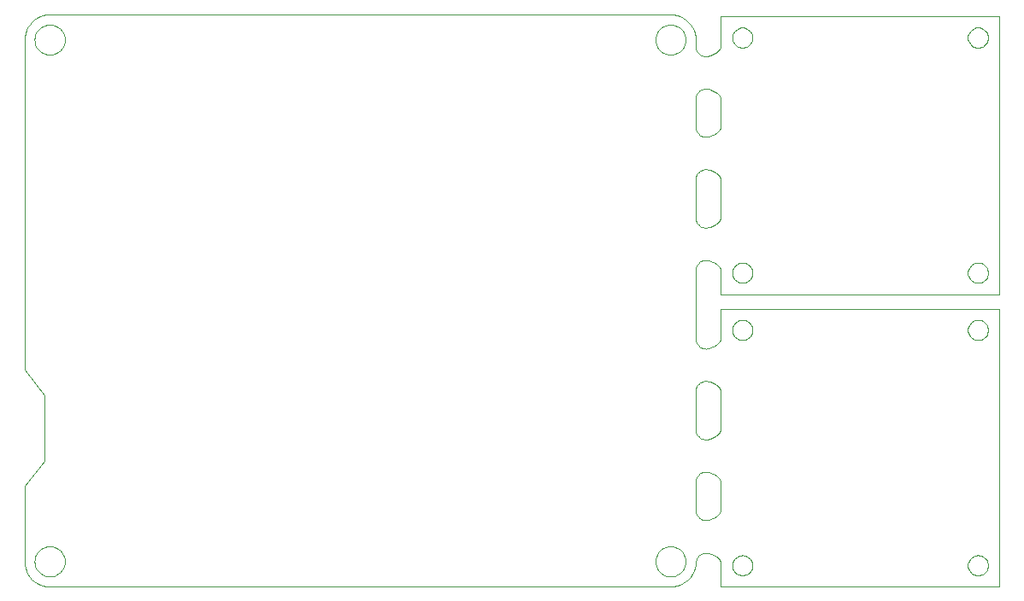
<source format=gko>
%MOIN*%
%OFA0B0*%
%FSLAX36Y36*%
%IPPOS*%
%LPD*%
%ADD10C,0*%
D10*
X003746572Y000055677D02*
X003746572Y000055677D01*
X003741874Y000051665D01*
X003736607Y000048437D01*
X003730899Y000046073D01*
X003724892Y000044631D01*
X003718733Y000044146D01*
X003712574Y000044631D01*
X003706567Y000046073D01*
X003700860Y000048437D01*
X003695592Y000051665D01*
X003690895Y000055677D01*
X003686882Y000060375D01*
X003683654Y000065642D01*
X003681290Y000071350D01*
X003679848Y000077357D01*
X003679363Y000083516D01*
X003679848Y000089675D01*
X003681290Y000095682D01*
X003683654Y000101390D01*
X003686882Y000106657D01*
X003690895Y000111355D01*
X003695592Y000115367D01*
X003700860Y000118595D01*
X003706567Y000120959D01*
X003712574Y000122401D01*
X003718733Y000122886D01*
X003724892Y000122401D01*
X003730899Y000120959D01*
X003736607Y000118595D01*
X003741874Y000115367D01*
X003746572Y000111355D01*
X003750584Y000106657D01*
X003753812Y000101390D01*
X003756177Y000095682D01*
X003757619Y000089675D01*
X003758103Y000083516D01*
X003757619Y000077357D01*
X003756177Y000071350D01*
X003753812Y000065642D01*
X003750584Y000060375D01*
X003746572Y000055677D01*
X003746572Y000974359D02*
X003746572Y000974359D01*
X003741874Y000970347D01*
X003736607Y000967119D01*
X003730899Y000964755D01*
X003724892Y000963313D01*
X003718733Y000962828D01*
X003712574Y000963313D01*
X003706567Y000964755D01*
X003700860Y000967119D01*
X003695592Y000970347D01*
X003690895Y000974359D01*
X003686883Y000979057D01*
X003683655Y000984324D01*
X003681290Y000990032D01*
X003679848Y000996039D01*
X003679364Y001002198D01*
X003679848Y001008357D01*
X003681290Y001014364D01*
X003683655Y001020071D01*
X003686883Y001025339D01*
X003690895Y001030037D01*
X003695592Y001034049D01*
X003700860Y001037277D01*
X003706568Y001039641D01*
X003712575Y001041083D01*
X003718734Y001041568D01*
X003724892Y001041083D01*
X003730899Y001039641D01*
X003736607Y001037277D01*
X003741875Y001034049D01*
X003746572Y001030037D01*
X003750584Y001025339D01*
X003753812Y001020072D01*
X003756176Y001014364D01*
X003757619Y001008357D01*
X003758103Y001002198D01*
X003757619Y000996039D01*
X003756177Y000990032D01*
X003753812Y000984324D01*
X003750584Y000979057D01*
X003746572Y000974359D01*
X002827890Y000055677D02*
X002827890Y000055677D01*
X002823192Y000051665D01*
X002817925Y000048437D01*
X002812217Y000046073D01*
X002806210Y000044631D01*
X002800051Y000044146D01*
X002793892Y000044631D01*
X002787885Y000046073D01*
X002782178Y000048437D01*
X002776910Y000051665D01*
X002772213Y000055677D01*
X002768200Y000060375D01*
X002764973Y000065642D01*
X002762608Y000071350D01*
X002761166Y000077357D01*
X002760682Y000083516D01*
X002761166Y000089675D01*
X002762608Y000095682D01*
X002764973Y000101389D01*
X002768200Y000106657D01*
X002772213Y000111355D01*
X002776910Y000115367D01*
X002782178Y000118595D01*
X002787886Y000120959D01*
X002793893Y000122401D01*
X002800051Y000122886D01*
X002806210Y000122401D01*
X002812217Y000120959D01*
X002817925Y000118595D01*
X002823193Y000115367D01*
X002827890Y000111355D01*
X002831902Y000106657D01*
X002835130Y000101390D01*
X002837494Y000095682D01*
X002838937Y000089675D01*
X002839421Y000083516D01*
X002838937Y000077357D01*
X002837494Y000071350D01*
X002835130Y000065642D01*
X002831902Y000060375D01*
X002827890Y000055677D01*
X002827890Y000974359D02*
X002827890Y000974359D01*
X002823193Y000970347D01*
X002817925Y000967119D01*
X002812217Y000964755D01*
X002806210Y000963313D01*
X002800052Y000962828D01*
X002793893Y000963313D01*
X002787886Y000964755D01*
X002782178Y000967119D01*
X002776910Y000970347D01*
X002772213Y000974359D01*
X002768201Y000979057D01*
X002764973Y000984324D01*
X002762608Y000990032D01*
X002761166Y000996039D01*
X002760682Y001002198D01*
X002761166Y001008357D01*
X002762608Y001014364D01*
X002764973Y001020071D01*
X002768200Y001025339D01*
X002772213Y001030037D01*
X002776910Y001034049D01*
X002782178Y001037277D01*
X002787886Y001039641D01*
X002793893Y001041083D01*
X002800051Y001041568D01*
X002806210Y001041083D01*
X002812217Y001039641D01*
X002817925Y001037277D01*
X002823193Y001034049D01*
X002827890Y001030037D01*
X002831902Y001025339D01*
X002835130Y001020071D01*
X002837495Y001014364D01*
X002838937Y001008357D01*
X002839421Y001002198D01*
X002838937Y000996039D01*
X002837495Y000990032D01*
X002835130Y000984324D01*
X002831902Y000979057D01*
X002827890Y000974359D01*
X003746572Y001197409D02*
X003746572Y001197409D01*
X003741874Y001193397D01*
X003736607Y001190169D01*
X003730899Y001187805D01*
X003724892Y001186363D01*
X003718733Y001185878D01*
X003712574Y001186363D01*
X003706567Y001187805D01*
X003700860Y001190169D01*
X003695592Y001193397D01*
X003690895Y001197409D01*
X003686882Y001202107D01*
X003683654Y001207375D01*
X003681290Y001213082D01*
X003679848Y001219090D01*
X003679363Y001225248D01*
X003679848Y001231407D01*
X003681290Y001237414D01*
X003683654Y001243122D01*
X003686882Y001248389D01*
X003690895Y001253087D01*
X003695592Y001257099D01*
X003700860Y001260327D01*
X003706567Y001262692D01*
X003712574Y001264134D01*
X003718733Y001264618D01*
X003724892Y001264134D01*
X003730899Y001262692D01*
X003736607Y001260327D01*
X003741874Y001257099D01*
X003746572Y001253087D01*
X003750584Y001248389D01*
X003753812Y001243122D01*
X003756177Y001237414D01*
X003757619Y001231407D01*
X003758103Y001225248D01*
X003757619Y001219090D01*
X003756177Y001213082D01*
X003753812Y001207375D01*
X003750584Y001202107D01*
X003746572Y001197409D01*
X002827890Y001197409D02*
X002827890Y001197409D01*
X002823192Y001193397D01*
X002817925Y001190169D01*
X002812217Y001187805D01*
X002806210Y001186363D01*
X002800051Y001185878D01*
X002793892Y001186363D01*
X002787885Y001187805D01*
X002782178Y001190169D01*
X002776910Y001193397D01*
X002772213Y001197409D01*
X002768200Y001202107D01*
X002764973Y001207374D01*
X002762608Y001213082D01*
X002761166Y001219089D01*
X002760682Y001225248D01*
X002761166Y001231407D01*
X002762608Y001237414D01*
X002764973Y001243122D01*
X002768200Y001248389D01*
X002772213Y001253087D01*
X002776910Y001257099D01*
X002782178Y001260327D01*
X002787886Y001262691D01*
X002793893Y001264133D01*
X002800051Y001264618D01*
X002806210Y001264133D01*
X002812217Y001262691D01*
X002817925Y001260327D01*
X002823193Y001257099D01*
X002827890Y001253087D01*
X002831902Y001248389D01*
X002835130Y001243122D01*
X002837494Y001237414D01*
X002838937Y001231407D01*
X002839421Y001225248D01*
X002838937Y001219090D01*
X002837494Y001213082D01*
X002835130Y001207375D01*
X002831902Y001202107D01*
X002827890Y001197409D01*
X003746572Y002116092D02*
X003746572Y002116092D01*
X003741874Y002112079D01*
X003736607Y002108851D01*
X003730899Y002106487D01*
X003724892Y002105045D01*
X003718733Y002104560D01*
X003712574Y002105045D01*
X003706567Y002106487D01*
X003700860Y002108851D01*
X003695592Y002112079D01*
X003690895Y002116092D01*
X003686883Y002120789D01*
X003683655Y002126056D01*
X003681290Y002131764D01*
X003679848Y002137771D01*
X003679364Y002143930D01*
X003679848Y002150089D01*
X003681290Y002156096D01*
X003683655Y002161804D01*
X003686883Y002167071D01*
X003690895Y002171769D01*
X003695592Y002175781D01*
X003700860Y002179009D01*
X003706568Y002181373D01*
X003712575Y002182815D01*
X003718734Y002183300D01*
X003724892Y002182815D01*
X003730899Y002181373D01*
X003736607Y002179009D01*
X003741875Y002175781D01*
X003746572Y002171769D01*
X003750584Y002167071D01*
X003753812Y002161804D01*
X003756176Y002156096D01*
X003757619Y002150089D01*
X003758103Y002143930D01*
X003757619Y002137772D01*
X003756177Y002131765D01*
X003753812Y002126057D01*
X003750584Y002120789D01*
X003746572Y002116092D01*
X002827890Y002116092D02*
X002827890Y002116092D01*
X002823193Y002112079D01*
X002817925Y002108851D01*
X002812217Y002106487D01*
X002806210Y002105045D01*
X002800052Y002104560D01*
X002793893Y002105045D01*
X002787886Y002106487D01*
X002782178Y002108851D01*
X002776910Y002112079D01*
X002772213Y002116092D01*
X002768201Y002120789D01*
X002764973Y002126056D01*
X002762608Y002131764D01*
X002761166Y002137771D01*
X002760682Y002143930D01*
X002761166Y002150089D01*
X002762608Y002156096D01*
X002764973Y002161804D01*
X002768200Y002167071D01*
X002772213Y002171769D01*
X002776910Y002175781D01*
X002782178Y002179009D01*
X002787886Y002181373D01*
X002793893Y002182815D01*
X002800051Y002183300D01*
X002806210Y002182815D01*
X002812217Y002181373D01*
X002817925Y002179009D01*
X002823193Y002175781D01*
X002827890Y002171769D01*
X002831902Y002167071D01*
X002835130Y002161804D01*
X002837495Y002156096D01*
X002838937Y002150089D01*
X002839421Y002143930D01*
X002838937Y002137771D01*
X002837495Y002131764D01*
X002835130Y002126056D01*
X002831902Y002120789D01*
X002827890Y002116092D01*
X002519685Y000039370D02*
X002519685Y000039370D01*
X002510446Y000040097D01*
X002501435Y000042260D01*
X002492874Y000045807D01*
X002484973Y000050648D01*
X002477926Y000056666D01*
X002471908Y000063713D01*
X002467066Y000071614D01*
X002463520Y000080176D01*
X002461356Y000089187D01*
X002460629Y000098425D01*
X002461356Y000107663D01*
X002463520Y000116674D01*
X002467066Y000125235D01*
X002471908Y000133136D01*
X002477926Y000140183D01*
X002484973Y000146202D01*
X002492874Y000151043D01*
X002501435Y000154590D01*
X002510446Y000156753D01*
X002519685Y000157480D01*
X002528923Y000156753D01*
X002537933Y000154590D01*
X002546495Y000151043D01*
X002554396Y000146202D01*
X002561443Y000140183D01*
X002567461Y000133136D01*
X002572303Y000125235D01*
X002575849Y000116674D01*
X002578012Y000107663D01*
X002578740Y000098425D01*
X002578012Y000089187D01*
X002575849Y000080176D01*
X002572303Y000071614D01*
X002567461Y000063713D01*
X002561443Y000056666D01*
X002554396Y000050648D01*
X002546495Y000045807D01*
X002537933Y000042260D01*
X002528923Y000040097D01*
X002519685Y000039370D01*
X000098425Y000039370D02*
X000098425Y000039370D01*
X000089186Y000040097D01*
X000080175Y000042260D01*
X000071614Y000045807D01*
X000063713Y000050648D01*
X000056666Y000056666D01*
X000050648Y000063713D01*
X000045806Y000071614D01*
X000042260Y000080176D01*
X000040096Y000089187D01*
X000039370Y000098425D01*
X000040096Y000107663D01*
X000042260Y000116674D01*
X000045806Y000125235D01*
X000050648Y000133136D01*
X000056666Y000140183D01*
X000063713Y000146202D01*
X000071614Y000151043D01*
X000080175Y000154590D01*
X000089186Y000156753D01*
X000098424Y000157480D01*
X000107663Y000156753D01*
X000116674Y000154590D01*
X000125235Y000151043D01*
X000133136Y000146202D01*
X000140183Y000140183D01*
X000146201Y000133136D01*
X000151043Y000125235D01*
X000154589Y000116674D01*
X000156753Y000107663D01*
X000157480Y000098425D01*
X000156753Y000089187D01*
X000154589Y000080176D01*
X000151043Y000071614D01*
X000146201Y000063713D01*
X000140183Y000056666D01*
X000133136Y000050648D01*
X000125235Y000045807D01*
X000116674Y000042260D01*
X000107663Y000040097D01*
X000098425Y000039370D01*
X002519685Y002076771D02*
X002519685Y002076771D01*
X002510446Y002077498D01*
X002501435Y002079662D01*
X002492874Y002083208D01*
X002484973Y002088050D01*
X002477926Y002094068D01*
X002471908Y002101115D01*
X002467066Y002109016D01*
X002463520Y002117577D01*
X002461356Y002126588D01*
X002460629Y002135826D01*
X002461356Y002145065D01*
X002463520Y002154075D01*
X002467066Y002162637D01*
X002471908Y002170538D01*
X002477926Y002177585D01*
X002484973Y002183603D01*
X002492874Y002188445D01*
X002501435Y002191991D01*
X002510446Y002194155D01*
X002519685Y002194881D01*
X002528923Y002194155D01*
X002537933Y002191991D01*
X002546495Y002188445D01*
X002554396Y002183603D01*
X002561443Y002177585D01*
X002567461Y002170538D01*
X002572303Y002162637D01*
X002575849Y002154075D01*
X002578012Y002145065D01*
X002578740Y002135827D01*
X002578740Y002135826D01*
X002578012Y002126588D01*
X002575849Y002117577D01*
X002572303Y002109016D01*
X002567461Y002101115D01*
X002561443Y002094068D01*
X002554396Y002088050D01*
X002546495Y002083208D01*
X002537933Y002079662D01*
X002528923Y002077498D01*
X002519685Y002076771D01*
X000098425Y002076771D02*
X000098425Y002076771D01*
X000089186Y002077498D01*
X000080175Y002079662D01*
X000071614Y002083208D01*
X000063713Y002088050D01*
X000056666Y002094068D01*
X000050648Y002101115D01*
X000045806Y002109016D01*
X000042260Y002117577D01*
X000040096Y002126588D01*
X000039370Y002135826D01*
X000040096Y002145065D01*
X000042260Y002154075D01*
X000045806Y002162637D01*
X000050648Y002170538D01*
X000056666Y002177585D01*
X000063713Y002183603D01*
X000071614Y002188445D01*
X000080175Y002191991D01*
X000089186Y002194155D01*
X000098424Y002194881D01*
X000107663Y002194155D01*
X000116674Y002191991D01*
X000125235Y002188445D01*
X000133136Y002183603D01*
X000140183Y002177585D01*
X000146201Y002170538D01*
X000151043Y002162637D01*
X000154589Y002154075D01*
X000156753Y002145065D01*
X000157480Y002135827D01*
X000157480Y002135826D01*
X000156753Y002126588D01*
X000154589Y002117577D01*
X000151043Y002109016D01*
X000146201Y002101115D01*
X000140183Y002094068D01*
X000133136Y002088050D01*
X000125235Y002083208D01*
X000116674Y002079662D01*
X000107663Y002077498D01*
X000098425Y002076771D01*
X002716535Y000308205D02*
X002716535Y000308205D01*
X002716471Y000305964D01*
X002716280Y000303730D01*
X002715962Y000301511D01*
X002715518Y000299314D01*
X002714949Y000297145D01*
X002714258Y000295012D01*
X002713447Y000292922D01*
X002712519Y000290881D01*
X002711475Y000288897D01*
X002710320Y000286975D01*
X002709058Y000285122D01*
X002707692Y000283344D01*
X002706228Y000281647D01*
X002704669Y000280036D01*
X002703021Y000278516D01*
X002701289Y000277092D01*
X002699479Y000275769D01*
X002697596Y000274552D01*
X002695647Y000273443D01*
X002693639Y000272447D01*
X002673954Y000263379D01*
X002670297Y000261911D01*
X002666512Y000260816D01*
X002662636Y000260105D01*
X002658709Y000259785D01*
X002654769Y000259860D01*
X002650856Y000260327D01*
X002647010Y000261184D01*
X002643269Y000262420D01*
X002639670Y000264025D01*
X002636250Y000265981D01*
X002633042Y000268269D01*
X002630079Y000270866D01*
X002627390Y000273747D01*
X002625003Y000276882D01*
X002622941Y000280240D01*
X002621225Y000283787D01*
X002619873Y000287488D01*
X002618896Y000291305D01*
X002618307Y000295201D01*
X002618110Y000299136D01*
X002618110Y000409524D01*
X002618307Y000413459D01*
X002618896Y000417355D01*
X002619873Y000421173D01*
X002621225Y000424874D01*
X002622941Y000428421D01*
X002625003Y000431779D01*
X002627390Y000434913D01*
X002630079Y000437794D01*
X002633042Y000440391D01*
X002636250Y000442680D01*
X002639670Y000444636D01*
X002643269Y000446240D01*
X002647010Y000447477D01*
X002650856Y000448333D01*
X002654769Y000448801D01*
X002658709Y000448875D01*
X002662636Y000448555D01*
X002666512Y000447844D01*
X002670297Y000446749D01*
X002673954Y000445282D01*
X002693639Y000436213D01*
X002695647Y000435217D01*
X002697596Y000434109D01*
X002699479Y000432891D01*
X002701289Y000431568D01*
X002703021Y000430145D01*
X002704669Y000428625D01*
X002706228Y000427014D01*
X002707692Y000425316D01*
X002709058Y000423538D01*
X002710320Y000421685D01*
X002711475Y000419763D01*
X002712519Y000417779D01*
X002713447Y000415739D01*
X002714258Y000413648D01*
X002714949Y000411516D01*
X002715518Y000409347D01*
X002715962Y000407149D01*
X002716280Y000404930D01*
X002716471Y000402696D01*
X002716535Y000400455D01*
X002716535Y000308205D01*
X002618110Y000763855D02*
X002618110Y000763855D01*
X002618307Y000767790D01*
X002618896Y000771686D01*
X002619873Y000775504D01*
X002621225Y000779204D01*
X002622941Y000782752D01*
X002625003Y000786109D01*
X002627390Y000789244D01*
X002630079Y000792125D01*
X002633042Y000794722D01*
X002636250Y000797010D01*
X002639670Y000798966D01*
X002643269Y000800571D01*
X002647010Y000801807D01*
X002650856Y000802664D01*
X002654769Y000803131D01*
X002658709Y000803206D01*
X002662636Y000802886D01*
X002666512Y000802175D01*
X002670297Y000801080D01*
X002673954Y000799613D01*
X002693639Y000790544D01*
X002695647Y000789548D01*
X002697596Y000788439D01*
X002699479Y000787222D01*
X002701289Y000785899D01*
X002703021Y000784475D01*
X002704669Y000782956D01*
X002706228Y000781344D01*
X002707692Y000779647D01*
X002709058Y000777869D01*
X002710320Y000776016D01*
X002711475Y000774094D01*
X002712519Y000772110D01*
X002713447Y000770069D01*
X002714258Y000767979D01*
X002714949Y000765846D01*
X002715518Y000763678D01*
X002715962Y000761480D01*
X002716280Y000759261D01*
X002716471Y000757027D01*
X002716535Y000754786D01*
X002716535Y000623166D01*
X002716471Y000620925D01*
X002716280Y000618691D01*
X002715962Y000616472D01*
X002715518Y000614274D01*
X002714949Y000612105D01*
X002714258Y000609973D01*
X002713447Y000607882D01*
X002712519Y000605842D01*
X002711475Y000603858D01*
X002710320Y000601936D01*
X002709058Y000600083D01*
X002707692Y000598305D01*
X002706228Y000596607D01*
X002704669Y000594996D01*
X002703021Y000593476D01*
X002701289Y000592053D01*
X002699479Y000590730D01*
X002697596Y000589512D01*
X002695647Y000588404D01*
X002693639Y000587408D01*
X002673954Y000578339D01*
X002670297Y000576872D01*
X002666512Y000575777D01*
X002662636Y000575066D01*
X002658709Y000574746D01*
X002654769Y000574820D01*
X002650856Y000575288D01*
X002647010Y000576144D01*
X002643269Y000577381D01*
X002639670Y000578985D01*
X002636250Y000580941D01*
X002633042Y000583230D01*
X002630079Y000585827D01*
X002627390Y000588708D01*
X002625003Y000591842D01*
X002622941Y000595200D01*
X002621225Y000598747D01*
X002619873Y000602448D01*
X002618896Y000606266D01*
X002618307Y000610162D01*
X002618110Y000614097D01*
X002618110Y000763855D01*
X002618110Y001236296D02*
X002618110Y001236296D01*
X002618307Y001240231D01*
X002618896Y001244127D01*
X002619873Y001247945D01*
X002621225Y001251645D01*
X002622941Y001255192D01*
X002625003Y001258550D01*
X002627390Y001261685D01*
X002630079Y001264566D01*
X002633042Y001267163D01*
X002636250Y001269451D01*
X002639670Y001271407D01*
X002643269Y001273012D01*
X002647010Y001274248D01*
X002650856Y001275105D01*
X002654769Y001275572D01*
X002658709Y001275647D01*
X002662636Y001275327D01*
X002666512Y001274616D01*
X002670297Y001273521D01*
X002673954Y001272054D01*
X002693639Y001262985D01*
X002695647Y001261989D01*
X002697596Y001260880D01*
X002699479Y001259663D01*
X002701289Y001258340D01*
X002703021Y001256916D01*
X002704669Y001255396D01*
X002706228Y001253785D01*
X002707692Y001252088D01*
X002709058Y001250310D01*
X002710320Y001248457D01*
X002711475Y001246535D01*
X002712519Y001244551D01*
X002713447Y001242510D01*
X002714258Y001240420D01*
X002714949Y001238287D01*
X002715518Y001236119D01*
X002715962Y001233921D01*
X002716280Y001231702D01*
X002716471Y001229468D01*
X002716535Y001227227D01*
X002716535Y001141732D01*
X003802250Y001141732D01*
X003802250Y002227447D01*
X002716535Y002227447D01*
X002716535Y002119229D01*
X002716471Y002116988D01*
X002716280Y002114754D01*
X002715962Y002112535D01*
X002715518Y002110337D01*
X002714949Y002108168D01*
X002714258Y002106036D01*
X002713447Y002103945D01*
X002712519Y002101905D01*
X002711475Y002099921D01*
X002710320Y002097999D01*
X002709058Y002096146D01*
X002707692Y002094368D01*
X002706228Y002092670D01*
X002704669Y002091059D01*
X002703021Y002089539D01*
X002701289Y002088116D01*
X002699479Y002086793D01*
X002697596Y002085575D01*
X002695647Y002084467D01*
X002693639Y002083471D01*
X002673954Y002074402D01*
X002670297Y002072935D01*
X002666512Y002071840D01*
X002662636Y002071129D01*
X002658709Y002070809D01*
X002654769Y002070883D01*
X002650856Y002071351D01*
X002647010Y002072207D01*
X002643269Y002073444D01*
X002639670Y002075048D01*
X002636250Y002077004D01*
X002633042Y002079293D01*
X002630079Y002081890D01*
X002627390Y002084771D01*
X002625003Y002087905D01*
X002622941Y002091263D01*
X002621225Y002094810D01*
X002619873Y002098511D01*
X002618896Y002102329D01*
X002618307Y002106225D01*
X002618110Y002110160D01*
X002618110Y002135826D01*
X002617267Y002148674D01*
X002614756Y002161301D01*
X002610617Y002173492D01*
X002604923Y002185039D01*
X002597770Y002195744D01*
X002589281Y002205424D01*
X002579602Y002213912D01*
X002568897Y002221065D01*
X002557350Y002226759D01*
X002545159Y002230898D01*
X002532531Y002233410D01*
X002519685Y002234251D01*
X000098425Y002234251D01*
X000085577Y002233410D01*
X000072950Y002230898D01*
X000060759Y002226759D01*
X000049212Y002221065D01*
X000038507Y002213912D01*
X000028827Y002205424D01*
X000020338Y002195744D01*
X000013186Y002185039D01*
X000007492Y002173492D01*
X000003353Y002161301D01*
X000000841Y002148674D01*
X000000000Y002135827D01*
X000000000Y000846456D01*
X000078740Y000748031D01*
X000078740Y000492125D01*
X000000000Y000393700D01*
X000000000Y000098425D01*
X000000841Y000085578D01*
X000003353Y000072951D01*
X000007492Y000060759D01*
X000013186Y000049212D01*
X000020338Y000038507D01*
X000028827Y000028828D01*
X000038507Y000020339D01*
X000049212Y000013186D01*
X000060759Y000007492D01*
X000072950Y000003353D01*
X000085577Y000000842D01*
X000098425Y000000000D01*
X002519685Y000000000D01*
X002532531Y000000842D01*
X002545159Y000003353D01*
X002557350Y000007492D01*
X002568897Y000013186D01*
X002579602Y000020339D01*
X002589281Y000028828D01*
X002597770Y000038507D01*
X002604923Y000049212D01*
X002610617Y000060759D01*
X002614756Y000072951D01*
X002617267Y000085578D01*
X002617866Y000094705D01*
X002618264Y000098275D01*
X002618986Y000101793D01*
X002620026Y000105232D01*
X002621375Y000108561D01*
X002623021Y000111754D01*
X002624952Y000114783D01*
X002627151Y000117623D01*
X002629599Y000120252D01*
X002632277Y000122646D01*
X002635162Y000124786D01*
X002638230Y000126654D01*
X002641456Y000128235D01*
X002644812Y000129515D01*
X002648271Y000130484D01*
X002651804Y000131134D01*
X002655381Y000131459D01*
X002658973Y000131457D01*
X002662550Y000131127D01*
X002666082Y000130473D01*
X002669540Y000129499D01*
X002689553Y000122865D01*
X002691865Y000122017D01*
X002694118Y000121027D01*
X002696306Y000119898D01*
X002698418Y000118635D01*
X002700448Y000117242D01*
X002702386Y000115725D01*
X002704226Y000114090D01*
X002705960Y000112343D01*
X002707582Y000110491D01*
X002709085Y000108541D01*
X002710462Y000106501D01*
X002711710Y000104379D01*
X002712823Y000102183D01*
X002713796Y000099922D01*
X002714626Y000097605D01*
X002715310Y000095240D01*
X002715844Y000092837D01*
X002716227Y000090406D01*
X002716458Y000087955D01*
X002716535Y000085494D01*
X002716535Y000000000D01*
X003802250Y000000000D01*
X003802250Y001085715D01*
X002716535Y001085715D01*
X002716535Y000977497D01*
X002716471Y000975256D01*
X002716280Y000973022D01*
X002715962Y000970802D01*
X002715518Y000968605D01*
X002714949Y000966436D01*
X002714258Y000964303D01*
X002713447Y000962213D01*
X002712519Y000960173D01*
X002711475Y000958188D01*
X002710320Y000956267D01*
X002709058Y000954414D01*
X002707692Y000952636D01*
X002706228Y000950938D01*
X002704669Y000949327D01*
X002703021Y000947807D01*
X002701289Y000946383D01*
X002699479Y000945061D01*
X002697596Y000943843D01*
X002695647Y000942735D01*
X002693639Y000941739D01*
X002673954Y000932670D01*
X002670297Y000931202D01*
X002666512Y000930108D01*
X002662636Y000929397D01*
X002658709Y000929077D01*
X002654769Y000929151D01*
X002650856Y000929619D01*
X002647010Y000930475D01*
X002643269Y000931712D01*
X002639670Y000933316D01*
X002636250Y000935272D01*
X002633042Y000937560D01*
X002630079Y000940158D01*
X002627390Y000943038D01*
X002625003Y000946173D01*
X002622941Y000949531D01*
X002621225Y000953078D01*
X002619873Y000956779D01*
X002618896Y000960596D01*
X002618307Y000964492D01*
X002618110Y000968428D01*
X002618110Y001236296D01*
X002716535Y001449938D02*
X002716535Y001449938D01*
X002716471Y001447697D01*
X002716280Y001445463D01*
X002715962Y001443243D01*
X002715518Y001441046D01*
X002714949Y001438877D01*
X002714258Y001436744D01*
X002713447Y001434654D01*
X002712519Y001432614D01*
X002711475Y001430629D01*
X002710320Y001428707D01*
X002709058Y001426855D01*
X002707692Y001425077D01*
X002706228Y001423379D01*
X002704669Y001421768D01*
X002703021Y001420248D01*
X002701289Y001418824D01*
X002699479Y001417502D01*
X002697596Y001416284D01*
X002695647Y001415175D01*
X002693639Y001414180D01*
X002673954Y001405111D01*
X002670297Y001403643D01*
X002666512Y001402549D01*
X002662636Y001401838D01*
X002658709Y001401518D01*
X002654769Y001401592D01*
X002650856Y001402060D01*
X002647010Y001402916D01*
X002643269Y001404153D01*
X002639670Y001405757D01*
X002636250Y001407713D01*
X002633042Y001410001D01*
X002630079Y001412599D01*
X002627390Y001415479D01*
X002625003Y001418614D01*
X002622941Y001421972D01*
X002621225Y001425519D01*
X002619873Y001429220D01*
X002618896Y001433037D01*
X002618307Y001436933D01*
X002618110Y001440869D01*
X002618110Y001590626D01*
X002618307Y001594562D01*
X002618896Y001598458D01*
X002619873Y001602275D01*
X002621225Y001605976D01*
X002622941Y001609523D01*
X002625003Y001612881D01*
X002627390Y001616016D01*
X002630079Y001618896D01*
X002633042Y001621494D01*
X002636250Y001623782D01*
X002639670Y001625738D01*
X002643269Y001627342D01*
X002647010Y001628579D01*
X002650856Y001629435D01*
X002654769Y001629903D01*
X002658709Y001629977D01*
X002662636Y001629657D01*
X002666512Y001628947D01*
X002670297Y001627852D01*
X002673954Y001626384D01*
X002693639Y001617315D01*
X002695647Y001616320D01*
X002697596Y001615211D01*
X002699479Y001613994D01*
X002701289Y001612671D01*
X002703021Y001611247D01*
X002704669Y001609727D01*
X002706228Y001608116D01*
X002707692Y001606418D01*
X002709058Y001604640D01*
X002710320Y001602788D01*
X002711475Y001600866D01*
X002712519Y001598881D01*
X002713447Y001596841D01*
X002714258Y001594751D01*
X002714949Y001592618D01*
X002715518Y001590449D01*
X002715962Y001588252D01*
X002716280Y001586032D01*
X002716471Y001583799D01*
X002716535Y001581557D01*
X002716535Y001449938D01*
X002618110Y001905587D02*
X002618110Y001905587D01*
X002618307Y001909522D01*
X002618896Y001913418D01*
X002619873Y001917236D01*
X002621225Y001920937D01*
X002622941Y001924484D01*
X002625003Y001927842D01*
X002627390Y001930976D01*
X002630079Y001933857D01*
X002633042Y001936454D01*
X002636250Y001938743D01*
X002639670Y001940699D01*
X002643269Y001942303D01*
X002647010Y001943540D01*
X002650856Y001944396D01*
X002654769Y001944864D01*
X002658709Y001944938D01*
X002662636Y001944618D01*
X002666512Y001943907D01*
X002670297Y001942812D01*
X002673954Y001941345D01*
X002693639Y001932276D01*
X002695647Y001931280D01*
X002697596Y001930172D01*
X002699479Y001928954D01*
X002701289Y001927631D01*
X002703021Y001926208D01*
X002704669Y001924688D01*
X002706228Y001923077D01*
X002707692Y001921379D01*
X002709058Y001919601D01*
X002710320Y001917748D01*
X002711475Y001915826D01*
X002712519Y001913842D01*
X002713447Y001911802D01*
X002714258Y001909711D01*
X002714949Y001907579D01*
X002715518Y001905410D01*
X002715962Y001903212D01*
X002716280Y001900993D01*
X002716471Y001898759D01*
X002716535Y001896518D01*
X002716535Y001804268D01*
X002716471Y001802027D01*
X002716280Y001799793D01*
X002715962Y001797574D01*
X002715518Y001795377D01*
X002714949Y001793208D01*
X002714258Y001791075D01*
X002713447Y001788985D01*
X002712519Y001786944D01*
X002711475Y001784960D01*
X002710320Y001783038D01*
X002709058Y001781185D01*
X002707692Y001779407D01*
X002706228Y001777710D01*
X002704669Y001776099D01*
X002703021Y001774579D01*
X002701289Y001773155D01*
X002699479Y001771832D01*
X002697596Y001770615D01*
X002695647Y001769506D01*
X002693639Y001768510D01*
X002673954Y001759442D01*
X002670297Y001757974D01*
X002666512Y001756879D01*
X002662636Y001756168D01*
X002658709Y001755848D01*
X002654769Y001755923D01*
X002650856Y001756390D01*
X002647010Y001757247D01*
X002643269Y001758483D01*
X002639670Y001760088D01*
X002636250Y001762044D01*
X002633042Y001764332D01*
X002630079Y001766929D01*
X002627390Y001769810D01*
X002625003Y001772945D01*
X002622941Y001776303D01*
X002621225Y001779850D01*
X002619873Y001783551D01*
X002618896Y001787368D01*
X002618307Y001791264D01*
X002618110Y001795199D01*
X002618110Y001905587D01*
M02*
</source>
